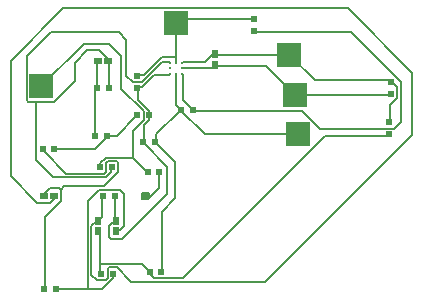
<source format=gbr>
G04 EAGLE Gerber RS-274X export*
G75*
%MOMM*%
%FSLAX34Y34*%
%LPD*%
%INTop Copper*%
%IPPOS*%
%AMOC8*
5,1,8,0,0,1.08239X$1,22.5*%
G01*
G04 Define Apertures*
%ADD10R,0.620000X0.650000*%
%ADD11R,0.620000X0.620000*%
%ADD12R,0.650000X0.620000*%
%ADD13R,2.000000X2.000000*%
%ADD14C,0.306000*%
%ADD15R,0.475000X0.500000*%
%ADD16R,0.500000X0.475000*%
%ADD17C,0.152400*%
D10*
X207010Y128950D03*
X207010Y137750D03*
D11*
X151784Y-46280D03*
X160784Y-46280D03*
D10*
X123190Y-12020D03*
X123190Y-3220D03*
X107950Y-12020D03*
X107950Y-3220D03*
D12*
X70440Y17780D03*
X61640Y17780D03*
D11*
X61540Y57150D03*
X70540Y57150D03*
D12*
X107360Y132080D03*
X116160Y132080D03*
D11*
X150440Y38100D03*
X159440Y38100D03*
D13*
X276860Y69850D03*
X274320Y102870D03*
X59690Y110490D03*
D14*
X168990Y130730D03*
X173990Y130730D03*
X178990Y130730D03*
X168990Y125730D03*
X178990Y125730D03*
X168990Y120730D03*
X173990Y120730D03*
X178990Y120730D03*
D15*
X188005Y90170D03*
X177755Y90170D03*
X106640Y109220D03*
X116880Y109220D03*
X119425Y41910D03*
X109175Y41910D03*
D16*
X140970Y109175D03*
X140970Y119425D03*
D15*
X156255Y63500D03*
X146005Y63500D03*
D16*
X240030Y157440D03*
X240030Y167680D03*
X355600Y104100D03*
X355600Y114340D03*
X354330Y80055D03*
X354330Y69805D03*
D15*
X110450Y-48260D03*
X120690Y-48260D03*
X72430Y-60960D03*
X62190Y-60960D03*
X121960Y17780D03*
X111720Y17780D03*
X140930Y86360D03*
X151170Y86360D03*
X115615Y68540D03*
X105365Y68540D03*
D13*
X173990Y163830D03*
X269240Y137160D03*
D17*
X173736Y135636D02*
X173736Y163068D01*
X173736Y135636D02*
X173736Y131064D01*
X173990Y130730D01*
X173736Y163068D02*
X173990Y163830D01*
X146304Y120396D02*
X141732Y120396D01*
X146304Y120396D02*
X161544Y135636D01*
X173736Y135636D01*
X141732Y120396D02*
X140970Y119425D01*
X178308Y167640D02*
X239268Y167640D01*
X178308Y167640D02*
X175260Y164592D01*
X239268Y167640D02*
X240030Y167680D01*
X175260Y164592D02*
X173990Y163830D01*
X173736Y120396D02*
X173736Y94488D01*
X176784Y91440D01*
X173736Y120396D02*
X173990Y120730D01*
X176784Y91440D02*
X177755Y90170D01*
X156972Y70104D02*
X156972Y64008D01*
X156972Y70104D02*
X176784Y89916D01*
X156972Y64008D02*
X156255Y63500D01*
X176784Y89916D02*
X177755Y90170D01*
X161544Y4318D02*
X161544Y-45720D01*
X161544Y4318D02*
X172974Y15748D01*
X172974Y46482D01*
X156972Y62484D01*
X161544Y-45720D02*
X160784Y-46280D01*
X156972Y62484D02*
X156255Y63500D01*
X198120Y70104D02*
X275844Y70104D01*
X198120Y70104D02*
X178308Y89916D01*
X275844Y70104D02*
X276860Y69850D01*
X178308Y89916D02*
X177755Y90170D01*
X159440Y38100D02*
X159440Y24820D01*
X149860Y15240D01*
X144780Y15240D01*
X144780Y20320D01*
X151130Y20320D01*
X151130Y19050D01*
X151130Y17780D01*
X146050Y17780D01*
X146050Y19050D01*
X151130Y19050D01*
X149860Y17780D01*
X149860Y16510D01*
X146050Y16510D01*
X179832Y126492D02*
X204216Y126492D01*
X205740Y128016D01*
X179832Y126492D02*
X178990Y125730D01*
X205740Y128016D02*
X207010Y128950D01*
X274320Y103632D02*
X355092Y103632D01*
X355600Y104100D01*
X249936Y128016D02*
X207264Y128016D01*
X249936Y128016D02*
X274320Y103632D01*
X207264Y128016D02*
X207010Y128950D01*
X274320Y103632D02*
X274320Y102870D01*
X109728Y45720D02*
X109728Y42672D01*
X109728Y45720D02*
X114300Y50292D01*
X137160Y50292D01*
X149352Y38100D01*
X109728Y42672D02*
X109175Y41910D01*
X149352Y38100D02*
X150440Y38100D01*
X59690Y110744D02*
X95758Y146812D01*
X59690Y110744D02*
X59690Y110490D01*
X95758Y146812D02*
X117348Y146812D01*
X127508Y136652D01*
X127508Y108712D01*
X146304Y89916D01*
X146304Y82296D01*
X137160Y73152D01*
X137160Y50292D01*
X179832Y99060D02*
X179832Y120396D01*
X179832Y99060D02*
X187452Y91440D01*
X179832Y120396D02*
X178990Y120730D01*
X187452Y91440D02*
X188005Y90170D01*
X240792Y156972D02*
X321564Y156972D01*
X364236Y114300D01*
X364236Y80772D01*
X358140Y74676D01*
X295656Y74676D01*
X280416Y89916D01*
X188976Y89916D01*
X240030Y157440D02*
X240792Y156972D01*
X188976Y89916D02*
X188005Y90170D01*
X167640Y120396D02*
X155448Y120396D01*
X144780Y109728D01*
X141732Y109728D01*
X167640Y120396D02*
X168990Y120730D01*
X141732Y109728D02*
X140970Y109175D01*
X121920Y16764D02*
X121920Y-3048D01*
X121920Y16764D02*
X121960Y17780D01*
X121920Y-3048D02*
X123190Y-3220D01*
X146304Y64008D02*
X146304Y77724D01*
X150876Y82296D01*
X150876Y85344D01*
X146304Y64008D02*
X146005Y63500D01*
X150876Y85344D02*
X151170Y86360D01*
X121920Y-4572D02*
X120396Y-4572D01*
X117348Y-7620D01*
X117348Y-16764D01*
X118872Y-18288D01*
X128016Y-18288D01*
X166116Y19812D01*
X166116Y42672D01*
X146304Y62484D01*
X123190Y-3220D02*
X121920Y-4572D01*
X146304Y62484D02*
X146005Y63500D01*
X141732Y99060D02*
X141732Y108204D01*
X141732Y99060D02*
X150876Y89916D01*
X150876Y86868D01*
X141732Y108204D02*
X140970Y109175D01*
X150876Y86868D02*
X151170Y86360D01*
X355092Y80772D02*
X355092Y94488D01*
X361188Y100584D01*
X361188Y109728D01*
X356616Y114300D01*
X355092Y80772D02*
X354330Y80055D01*
X355600Y114340D02*
X356616Y114300D01*
X198120Y131064D02*
X179832Y131064D01*
X198120Y131064D02*
X205740Y138684D01*
X179832Y131064D02*
X178990Y130730D01*
X205740Y138684D02*
X207010Y137750D01*
X207264Y137160D02*
X269240Y137160D01*
X207264Y137160D02*
X207010Y137750D01*
X291084Y115824D02*
X355092Y115824D01*
X291084Y115824D02*
X269748Y137160D01*
X355092Y115824D02*
X355600Y114340D01*
X269748Y137160D02*
X269240Y137160D01*
X167640Y131064D02*
X161544Y131064D01*
X144780Y114300D01*
X137160Y114300D01*
X131826Y119634D01*
X131826Y149606D01*
X125222Y156210D01*
X67564Y156210D01*
X47244Y135890D01*
X47244Y99060D01*
X48768Y97536D01*
X54864Y97536D02*
X70104Y97536D01*
X54864Y97536D02*
X48768Y97536D01*
X70104Y97536D02*
X87884Y115316D01*
X87884Y130556D01*
X98552Y141224D01*
X108712Y141224D01*
X117348Y132588D01*
X167640Y131064D02*
X168990Y130730D01*
X117348Y132588D02*
X116160Y132080D01*
X117348Y131064D02*
X117348Y109728D01*
X116880Y109220D01*
X117348Y131064D02*
X116160Y132080D01*
X118872Y41148D02*
X118872Y38100D01*
X114300Y33528D01*
X69596Y33528D01*
X54864Y48260D01*
X54864Y97536D01*
X119425Y41910D02*
X118872Y41148D01*
X109728Y-13716D02*
X109728Y-39624D01*
X109728Y-47244D01*
X109728Y-13716D02*
X108204Y-12192D01*
X109728Y-47244D02*
X110450Y-48260D01*
X108204Y-12192D02*
X107950Y-12020D01*
X300228Y68580D02*
X353568Y68580D01*
X300228Y68580D02*
X179832Y-51816D01*
X155448Y-51816D01*
X150876Y-47244D01*
X353568Y68580D02*
X354330Y69805D01*
X151784Y-46280D02*
X150876Y-47244D01*
X144780Y-39624D02*
X109728Y-39624D01*
X144780Y-39624D02*
X150876Y-45720D01*
X151784Y-46280D01*
X111252Y-60960D02*
X99060Y-60960D01*
X72430Y-60960D01*
X111252Y-60960D02*
X120396Y-51816D01*
X120396Y-48768D01*
X120690Y-48260D01*
X123444Y-10668D02*
X126492Y-10668D01*
X129540Y-7620D01*
X129540Y19812D01*
X126492Y22860D01*
X108204Y22860D01*
X99060Y13716D01*
X99060Y-60960D01*
X123190Y-12020D02*
X123444Y-10668D01*
X111252Y0D02*
X111252Y16764D01*
X111252Y0D02*
X108204Y-3048D01*
X111252Y16764D02*
X111720Y17780D01*
X108204Y-3048D02*
X107950Y-3220D01*
X70104Y15240D02*
X70104Y16764D01*
X70104Y15240D02*
X67056Y12192D01*
X56388Y12192D01*
X34036Y34544D01*
X34036Y132334D01*
X78486Y176784D01*
X319024Y176784D01*
X373634Y122174D01*
X373634Y69342D01*
X249428Y-54864D01*
X135636Y-54864D01*
X123444Y-42672D01*
X117348Y-42672D01*
X115824Y-44196D01*
X115824Y-51816D01*
X114300Y-53340D01*
X106680Y-53340D01*
X102108Y-48768D01*
X102108Y-7620D01*
X106680Y-3048D01*
X70104Y16764D02*
X70440Y17780D01*
X106680Y-3048D02*
X107950Y-3220D01*
X62484Y0D02*
X62484Y-60960D01*
X62484Y0D02*
X76200Y13716D01*
X76200Y22860D01*
X74676Y24384D01*
X67056Y24384D01*
X60960Y18288D01*
X62190Y-60960D02*
X62484Y-60960D01*
X61640Y17780D02*
X60960Y18288D01*
X62484Y54864D02*
X62484Y56388D01*
X62484Y54864D02*
X80772Y36576D01*
X112776Y36576D01*
X114300Y38100D01*
X114300Y45720D01*
X115824Y47244D01*
X123444Y47244D01*
X124968Y45720D01*
X124968Y38100D01*
X112776Y25908D01*
X79248Y25908D01*
X76200Y22860D01*
X62484Y56388D02*
X61540Y57150D01*
X115824Y68580D02*
X123444Y68580D01*
X140208Y85344D01*
X115824Y68580D02*
X115615Y68540D01*
X140208Y85344D02*
X140930Y86360D01*
X105156Y57912D02*
X71628Y57912D01*
X105156Y57912D02*
X114300Y67056D01*
X71628Y57912D02*
X70540Y57150D01*
X114300Y67056D02*
X115615Y68540D01*
X105156Y68580D02*
X105156Y108204D01*
X105156Y68580D02*
X105365Y68540D01*
X105156Y108204D02*
X106640Y109220D01*
X106680Y109728D02*
X106680Y131064D01*
X107360Y132080D01*
X106680Y109728D02*
X106640Y109220D01*
M02*

</source>
